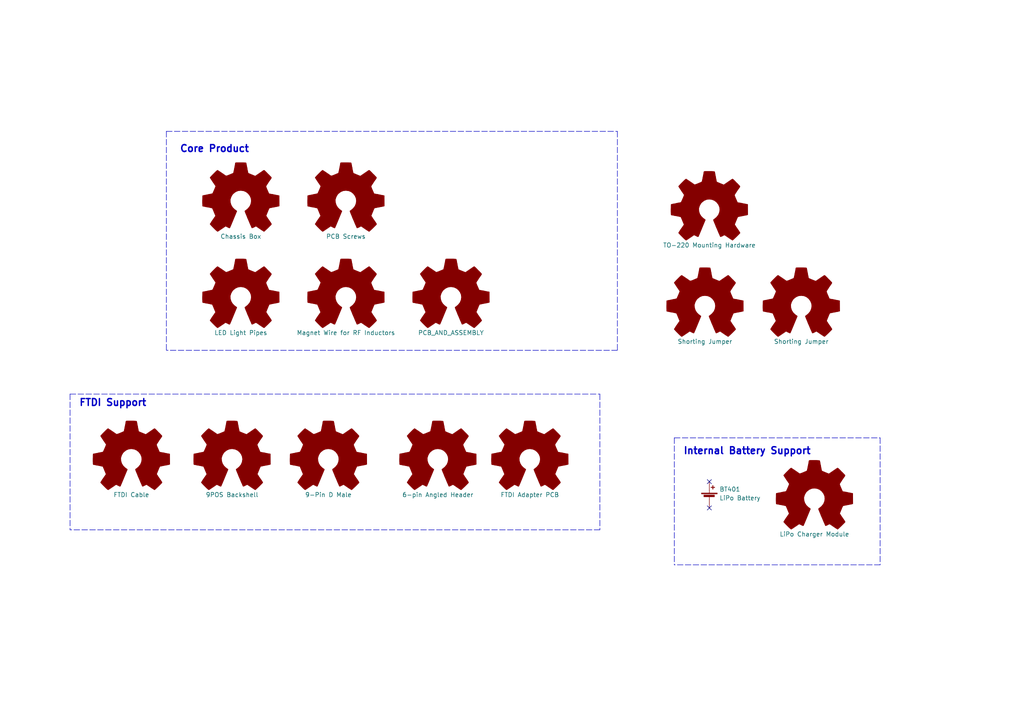
<source format=kicad_sch>
(kicad_sch (version 20250114) (generator "eeschema") (generator_version "9.0")
  (paper "A4")
  (title_block (title "SignalSlinger") (date "2026-09-10") (rev "3.5"))
  (lib_symbols
    (symbol "SignalSlinger Library:Battery_Cell" (pin_numbers (hide yes)) (pin_names (offset 0) (hide yes))
      (property "Reference" "BT201" (at 2.921 2.8667 0))
      (property "Value" "LiIon Cell" (at 2.921 0.3298 0))
      (symbol "Battery_Cell_0_1"
        (rectangle (start -2.286 1.778) (end 2.286 1.524) (fill (type outline)))
        (rectangle (start -1.5748 1.1938) (end 1.4732 0.6858) (fill (type outline)))
        (polyline (pts (xy 0 1.778) (xy 0 2.54)))
        (polyline (pts (xy 0 0.762) (xy 0 0)))
        (polyline (pts (xy 0.508 3.429) (xy 1.524 3.429)) (stroke (width 0.254)))
        (polyline (pts (xy 1.016 3.937) (xy 1.016 2.921)) (stroke (width 0.254)))
      )
      (symbol "Battery_Cell_1_1"
        (pin passive line (at 0 5.08 270) (length 2.54) (name "+") (number "1"))
        (pin passive line (at 0 -2.54 90) (length 2.54) (name "-") (number "2"))
      )
    )
    (symbol "SignalSlinger Library:Logo_Open_Hardware_Large" (pin_names (offset 1.016))
      (property "Value" "Chassis Box" (at 0 -10.16 0))
      (symbol "Logo_Open_Hardware_Large_1_1"
        (polyline (pts (xy 6.731 -8.7122) (xy 6.6294 -8.6614) (xy 6.35 -8.4836) (xy 5.9944 -8.255) (xy 5.5372 -7.9502) (xy 5.1054 -7.6454) (xy 4.7498 -7.4168) (xy 4.4958 -7.239) (xy 4.3942 -7.1882) (xy 4.318 -7.2136) (xy 4.1148 -7.3152) (xy 3.81 -7.4676) (xy 3.6322 -7.5692) (xy 3.3528 -7.6708) (xy 3.2258 -7.6962) (xy 3.2004 -7.6708) (xy 3.0988 -7.4676) (xy 2.9464 -7.0866) (xy 2.7178 -6.604) (xy 2.4892 -6.0452) (xy 2.2352 -5.4356) (xy 1.9558 -4.826) (xy 1.7272 -4.2164) (xy 1.4986 -3.683) (xy 1.3208 -3.2512) (xy 1.2192 -2.9464) (xy 1.1684 -2.8194) (xy 1.1938 -2.794) (xy 1.3208 -2.667) (xy 1.5748 -2.4892) (xy 2.0828 -2.0574) (xy 2.6162 -1.397) (xy 2.921 -0.6604) (xy 3.048 0.1524) (xy 2.9464 0.9144) (xy 2.6416 1.6256) (xy 2.1336 2.286) (xy 1.524 2.7686) (xy 0.8128 3.0734) (xy 0 3.175) (xy -0.762 3.0988) (xy -1.4986 2.794) (xy -2.159 2.286) (xy -2.4384 1.9812) (xy -2.8194 1.3208) (xy -3.048 0.6096) (xy -3.0734 0.4318) (xy -3.0226 -0.3556) (xy -2.794 -1.0922) (xy -2.3876 -1.7526) (xy -1.8288 -2.3114) (xy -1.7526 -2.3622) (xy -1.4732 -2.5654) (xy -1.2954 -2.6924) (xy -1.1684 -2.8194) (xy -2.159 -5.207) (xy -2.3114 -5.588) (xy -2.5908 -6.2484) (xy -2.8194 -6.8072) (xy -3.0226 -7.2644) (xy -3.1496 -7.5692) (xy -3.2258 -7.6708) (xy -3.2258 -7.6962) (xy -3.302 -7.6962) (xy -3.4798 -7.6454) (xy -3.8354 -7.4676) (xy -4.0386 -7.366) (xy -4.2926 -7.239) (xy -4.4196 -7.1882) (xy -4.5212 -7.239) (xy -4.7498 -7.3914) (xy -5.1054 -7.6454) (xy -5.5372 -7.9248) (xy -5.9436 -8.2042) (xy -6.3246 -8.4582) (xy -6.604 -8.636) (xy -6.731 -8.7122) (xy -6.7564 -8.7122) (xy -6.858 -8.636) (xy -7.0866 -8.4582) (xy -7.4168 -8.1534) (xy -7.874 -7.6962) (xy -7.9502 -7.62) (xy -8.3312 -7.239) (xy -8.636 -6.9088) (xy -8.8392 -6.6802) (xy -8.9154 -6.5786) (xy -8.9154 -6.5786) (xy -8.8392 -6.4516) (xy -8.6614 -6.1722) (xy -8.4328 -5.7912) (xy -8.128 -5.3594) (xy -7.3152 -4.191) (xy -7.7724 -3.0988) (xy -7.8994 -2.7686) (xy -8.0772 -2.3622) (xy -8.2042 -2.0828) (xy -8.255 -1.9558) (xy -8.382 -1.905) (xy -8.6614 -1.8542) (xy -9.0932 -1.7526) (xy -9.6266 -1.651) (xy -10.1092 -1.5748) (xy -10.541 -1.4732) (xy -10.8712 -1.4224) (xy -11.0236 -1.397) (xy -11.049 -1.3716) (xy -11.0744 -1.2954) (xy -11.0998 -1.143) (xy -11.0998 -0.889) (xy -11.1252 -0.4572) (xy -11.1252 0.1524) (xy -11.1252 0.2286) (xy -11.0998 0.8128) (xy -11.0998 1.27) (xy -11.0744 1.5494) (xy -11.0744 1.6764) (xy -11.0744 1.6764) (xy -10.922 1.7018) (xy -10.6172 1.778) (xy -10.16 1.8542) (xy -9.652 1.9558) (xy -9.6012 1.9812) (xy -9.0932 2.0828) (xy -8.636 2.159) (xy -8.3312 2.2352) (xy -8.2042 2.286) (xy -8.1788 2.3114) (xy -8.0772 2.5146) (xy -7.9248 2.8448) (xy -7.747 3.2512) (xy -7.5692 3.6576) (xy -7.4168 4.0386) (xy -7.3152 4.318) (xy -7.2898 4.445) (xy -7.2898 4.445) (xy -7.366 4.572) (xy -7.5438 4.826) (xy -7.7978 5.207) (xy -8.128 5.6642) (xy -8.128 5.6896) (xy -8.4328 6.1468) (xy -8.6868 6.5278) (xy -8.8392 6.7818) (xy -8.9154 6.9088) (xy -8.9154 6.9088) (xy -8.8138 7.0358) (xy -8.5852 7.2898) (xy -8.255 7.6454) (xy -7.874 8.0264) (xy -7.747 8.1534) (xy -7.3152 8.5852) (xy -7.0104 8.8646) (xy -6.8326 8.9916) (xy -6.731 9.0424) (xy -6.731 9.0424) (xy -6.604 8.9408) (xy -6.3246 8.763) (xy -5.9436 8.509) (xy -5.4864 8.2042) (xy -5.461 8.1788) (xy -5.0038 7.874) (xy -4.6482 7.62) (xy -4.3688 7.4422) (xy -4.2672 7.3914) (xy -4.2418 7.3914) (xy -4.064 7.4422) (xy -3.7338 7.5438) (xy -3.3528 7.6962) (xy -2.9464 7.874) (xy -2.5654 8.0264) (xy -2.286 8.1534) (xy -2.159 8.2296) (xy -2.159 8.2296) (xy -2.1082 8.382) (xy -2.032 8.7122) (xy -1.9304 9.1694) (xy -1.8288 9.7282) (xy -1.8034 9.8044) (xy -1.7018 10.3378) (xy -1.6256 10.7696) (xy -1.5748 11.0744) (xy -1.524 11.2014) (xy -1.4478 11.2268) (xy -1.1938 11.2522) (xy -0.8128 11.2522) (xy -0.3302 11.2522) (xy 0.1524 11.2522) (xy 0.6604 11.2522) (xy 1.0668 11.2268) (xy 1.3716 11.2014) (xy 1.4986 11.176) (xy 1.4986 11.176) (xy 1.5494 11.0236) (xy 1.6256 10.6934) (xy 1.7018 10.2108) (xy 1.8288 9.6774) (xy 1.8288 9.5758) (xy 1.9304 9.0424) (xy 2.032 8.6106) (xy 2.0828 8.3058) (xy 2.1336 8.2042) (xy 2.159 8.1788) (xy 2.3876 8.0772) (xy 2.7432 7.9248) (xy 3.175 7.747) (xy 4.191 7.3406) (xy 5.461 8.2042) (xy 5.5626 8.2804) (xy 6.0198 8.5852) (xy 6.3754 8.8392) (xy 6.6294 8.9916) (xy 6.7564 9.0424) (xy 6.7564 9.0424) (xy 6.8834 8.9408) (xy 7.1374 8.7122) (xy 7.4676 8.382) (xy 7.8486 7.9756) (xy 8.1534 7.6962) (xy 8.4836 7.3406) (xy 8.7122 7.112) (xy 8.8392 6.9596) (xy 8.8646 6.858) (xy 8.8646 6.8072) (xy 8.7884 6.6802) (xy 8.6106 6.4008) (xy 8.3312 6.0198) (xy 8.0264 5.588) (xy 7.7978 5.207) (xy 7.5184 4.8006) (xy 7.3406 4.4958) (xy 7.2898 4.3434) (xy 7.2898 4.2926) (xy 7.3914 4.0386) (xy 7.5184 3.683) (xy 7.7216 3.2258) (xy 8.1534 2.2352) (xy 8.7884 2.1082) (xy 9.1948 2.0574) (xy 9.7536 1.9304) (xy 10.2616 1.8288) (xy 11.0998 1.6764) (xy 11.1252 -1.3208) (xy 10.9982 -1.3716) (xy 10.8712 -1.397) (xy 10.5664 -1.4732) (xy 10.1346 -1.5494) (xy 9.6266 -1.651) (xy 9.1948 -1.7272) (xy 8.7376 -1.8288) (xy 8.4328 -1.8796) (xy 8.2804 -1.905) (xy 8.255 -1.9558) (xy 8.1534 -2.159) (xy 7.9756 -2.5146) (xy 7.8232 -2.921) (xy 7.6454 -3.3274) (xy 7.493 -3.7338) (xy 7.366 -4.0132) (xy 7.3406 -4.191) (xy 7.3914 -4.2926) (xy 7.5692 -4.5466) (xy 7.7978 -4.9276) (xy 8.1026 -5.3594) (xy 8.4074 -5.7912) (xy 8.6614 -6.1722) (xy 8.8138 -6.4262) (xy 8.89 -6.5532) (xy 8.8646 -6.6548) (xy 8.6868 -6.858) (xy 8.3566 -7.1882) (xy 7.874 -7.6708) (xy 7.7978 -7.747) (xy 7.3914 -8.128) (xy 7.0612 -8.4328) (xy 6.8326 -8.636) (xy 6.731 -8.7122)) (fill (type outline)))
      )
    )
  )
  (text "FTDI Support" (at 22.86 118.11 0) (effects (font (size 2 2) (thickness 0.4) (bold yes)) (justify left bottom)))
  (text "Core Product" (at 52.07 44.45 0) (effects (font (size 2 2) (thickness 0.4) (bold yes)) (justify left bottom)))
  (text "Internal Battery Support" (at 198.12 132.08 0) (effects (font (size 2 2) (thickness 0.4) (bold yes)) (justify left bottom)))
  (no_connect (at 205.74 147.32))
  (no_connect (at 205.74 139.7))
  (polyline (pts (xy 48.26 38.1) (xy 48.26 101.6)) (stroke (width 0) (type dash)))
  (polyline (pts (xy 255.27 163.83) (xy 195.58 163.83)) (stroke (width 0) (type dash)))
  (polyline (pts (xy 179.07 101.6) (xy 48.26 101.6)) (stroke (width 0) (type dash)))
  (polyline (pts (xy 173.99 153.67) (xy 20.32 153.67)) (stroke (width 0) (type dash)))
  (polyline (pts (xy 48.26 38.1) (xy 179.07 38.1)) (stroke (width 0) (type dash)))
  (polyline (pts (xy 20.32 114.3) (xy 20.32 153.67)) (stroke (width 0) (type dash)))
  (polyline (pts (xy 255.27 127) (xy 255.27 163.83)) (stroke (width 0) (type dash)))
  (polyline (pts (xy 20.32 114.3) (xy 173.99 114.3)) (stroke (width 0) (type dash)))
  (polyline (pts (xy 195.58 127) (xy 255.27 127)) (stroke (width 0) (type dash)))
  (polyline (pts (xy 179.07 38.1) (xy 179.07 101.6)) (stroke (width 0) (type dash)))
  (polyline (pts (xy 173.99 114.3) (xy 173.99 153.67)) (stroke (width 0) (type dash)))
  (polyline (pts (xy 195.58 127) (xy 195.58 163.83)) (stroke (width 0) (type dash)))
  (symbol (lib_id "SignalSlinger Library:Logo_Open_Hardware_Large") (at 127 133.35 0) (unit 1)
    (property "Reference" "HDWR409" (effects (hide yes)))
    (property "Value" "6-pin Angled Header" (at 127 143.51 0))
    (property "Description" "CONN HEADER R/A 6POS 2.54MM" (effects (hide yes)))
    (property "Digi-Key Part No." "929550-01-06-ND" (effects (hide yes)))
    (property "Link" "https://www.digikey.com/en/products/detail/3m/929550-01-06-I/682149" (effects (hide yes)))
    (property "Manufacturer" "3M" (effects (hide yes)))
    (property "Manufacturer PN" "929550-01-06-I" (effects (hide yes)))
  )
  (symbol (lib_id "SignalSlinger Library:Logo_Open_Hardware_Large") (at 69.85 58.42 0) (unit 1)
    (property "Reference" "HDWR401" (effects (hide yes)))
    (property "Value" "Chassis Box" (at 69.85 68.58 0))
    (property "Description" "4.25 x 2.63 x 1.27 in / 107.95 x 66.80 x 32.26 mm. / 0.15 lbs" (effects (hide yes)))
    (property "Link" "https://www.polycase.com/sl-42p?qty=1#200=99&227=163" (effects (hide yes)))
    (property "Manufacturer" "polycase" (effects (hide yes)))
    (property "Manufacturer PN" "SL-42PMBT" (effects (hide yes)))
  )
  (symbol (lib_id "SignalSlinger Library:Logo_Open_Hardware_Large") (at 95.25 133.35 0) (unit 1)
    (property "Reference" "HDWR408" (effects (hide yes)))
    (property "Value" "9-Pin D Male" (at 95.25 143.51 0))
    (property "Description" "CONN D-SUB PLUG 9POS SLDR CUP" (effects (hide yes)))
    (property "Digi-Key Part No." "AE10972-ND" (effects (hide yes)))
    (property "Link" "https://www.digikey.com/en/products/detail/assmann-wsw-components/A-DS-09-LL-Z/1241781" (effects (hide yes)))
    (property "Manufacturer" "Assmann WSW Components" (effects (hide yes)))
    (property "Manufacturer PN" "A-DS 09 LL/Z" (effects (hide yes)))
  )
  (symbol (lib_id "SignalSlinger Library:Logo_Open_Hardware_Large") (at 69.85 86.36 0) (unit 1)
    (property "Reference" "HDWR402" (effects (hide yes)))
    (property "Value" "LED Light Pipes" (at 69.85 96.52 0))
    (property "Description" "LIGHT PIPE ROUND 3MM" (effects (hide yes)))
    (property "Digi-Key Part No." "LFB063CTP-ND" (effects (hide yes)))
    (property "Link" "https://www.digikey.com/en/products/detail/visual-communications-company-vcc/LFB063CTP/5723593" (effects (hide yes)))
    (property "Manufacturer" "Visual Communications Company - VCC" (effects (hide yes)))
    (property "Manufacturer PN" "LFB063CTP" (effects (hide yes)))
  )
  (symbol (lib_id "SignalSlinger Library:Logo_Open_Hardware_Large") (at 38.1 133.35 0) (unit 1)
    (property "Reference" "HDWR405" (effects (hide yes)))
    (property "Value" "FTDI Cable" (at 38.1 143.51 0))
    (property "Description" "FTDI Serial TTL-232 USB Cable" (effects (hide yes)))
    (property "Link" "https://www.adafruit.com/product/70" (effects (hide yes)))
    (property "Manufacturer" "Adafruit" (effects (hide yes)))
    (property "Manufacturer PN" "70" (effects (hide yes)))
  )
  (symbol (lib_id "SignalSlinger Library:Logo_Open_Hardware_Large") (at 100.33 86.36 0) (unit 1)
    (property "Reference" "HDWR404" (effects (hide yes)))
    (property "Value" "Magnet Wire for RF Inductors" (at 100.33 96.52 0))
    (property "Description" "MAGNET WIRE" (effects (hide yes)))
  )
  (symbol (lib_id "SignalSlinger Library:Logo_Open_Hardware_Large") (at 204.47 88.9 0) (unit 1)
    (property "Reference" "HDWR414" (effects (hide yes)))
    (property "Value" "Shorting Jumper" (at 204.47 99.06 0))
    (property "Description" "CONN JUMPER SHORTING 1.27MM GOLD" (effects (hide yes)))
    (property "Digi-Key Part No." "S9345-ND" (effects (hide yes)))
    (property "Link" "https://www.digikey.com/short/w0p92mhw" (effects (hide yes)))
    (property "Manufacturer" "Sullins Connector Solutions" (effects (hide yes)))
    (property "Manufacturer PN" "NPB02SVAN-RC" (effects (hide yes)))
  )
  (symbol (lib_id "SignalSlinger Library:Logo_Open_Hardware_Large") (at 205.74 60.96 0) (unit 1)
    (property "Reference" "HDWR411" (effects (hide yes)))
    (property "Value" "TO-220 Mounting Hardware" (at 205.74 71.12 0))
    (property "Digi-Key Part No." "Amazon" (effects (hide yes)))
  )
  (symbol (lib_id "SignalSlinger Library:Logo_Open_Hardware_Large") (at 153.67 133.35 0) (unit 1)
    (property "Reference" "HDWR413" (effects (hide yes)))
    (property "Value" "FTDI Adapter PCB" (at 153.67 143.51 0))
    (property "Link" "https://oshpark.com/shared_projects/15SnDRmB" (effects (hide yes)))
  )
  (symbol (lib_id "SignalSlinger Library:Logo_Open_Hardware_Large") (at 232.41 88.9 0) (unit 1)
    (property "Reference" "HDWR412" (effects (hide yes)))
    (property "Value" "Shorting Jumper" (at 232.41 99.06 0))
    (property "Description" "CONN JUMPER SHORTING 1.27MM GOLD" (effects (hide yes)))
    (property "Digi-Key Part No." "S9345-ND" (effects (hide yes)))
    (property "Link" "https://www.digikey.com/short/w0p92mhw" (effects (hide yes)))
    (property "Manufacturer" "Sullins Connector Solutions" (effects (hide yes)))
    (property "Manufacturer PN" "NPB02SVAN-RC" (effects (hide yes)))
  )
  (symbol (lib_id "SignalSlinger Library:Logo_Open_Hardware_Large") (at 67.31 133.35 0) (unit 1)
    (property "Reference" "HDWR406" (effects (hide yes)))
    (property "Value" "9POS Backshell" (at 67.31 143.51 0))
    (property "Description" "CONN BACKSHELL 9POS 180DEG GRAY" (effects (hide yes)))
    (property "Digi-Key Part No." "AE11006-ND" (effects (hide yes)))
    (property "Link" "https://www.digikey.com/en/products/detail/assmann-wsw-components/AGP-09-IDC/1241853" (effects (hide yes)))
    (property "Manufacturer" "Assmann WSW Components" (effects (hide yes)))
    (property "Manufacturer PN" "AGP-09/IDC" (effects (hide yes)))
  )
  (symbol (lib_id "SignalSlinger Library:Battery_Cell") (at 205.74 144.78 0) (unit 1)
    (property "Reference" "BT401" (at 208.661 141.9133 0) (effects (justify left)))
    (property "Value" "LiPo Battery" (at 208.661 144.4502 0) (effects (justify left)))
    (property "Description" "Lithium Ion Polymer Battery - 3.7v 100mAh" (effects (hide yes)))
    (property "Link" "https://www.adafruit.com/product/1570" (effects (hide yes)))
    (property "Manufacturer" "Adafruit" (effects (hide yes)))
    (property "Manufacturer PN" "1570" (effects (hide yes)))
  )
  (symbol (lib_id "SignalSlinger Library:Logo_Open_Hardware_Large") (at 130.81 86.36 0) (unit 1)
    (property "Reference" "HDWR410" (effects (hide yes)))
    (property "Value" "PCB_AND_ASSEMBLY" (at 130.81 96.52 0))
    (property "Description" "Printed Circuit Board(s) plus Assembly" (effects (hide yes)))
  )
  (symbol (lib_id "SignalSlinger Library:Logo_Open_Hardware_Large") (at 100.33 58.42 0) (unit 1)
    (property "Reference" "HDWR403" (effects (hide yes)))
    (property "Value" "PCB Screws" (at 100.33 68.58 0))
    (property "Description" "SCREWS-MBR-100 PCB Screws" (effects (hide yes)))
    (property "Link" "https://www.polycase.com/screws-mbr-100" (effects (hide yes)))
    (property "Manufacturer" "polycase" (effects (hide yes)))
    (property "Manufacturer PN" "SCREWS-MBR-100" (effects (hide yes)))
  )
  (symbol (lib_id "SignalSlinger Library:Logo_Open_Hardware_Large") (at 236.22 144.78 0) (unit 1)
    (property "Reference" "HDWR407" (effects (hide yes)))
    (property "Value" "LiPo Charger Module" (at 236.22 154.94 0))
    (property "Description" "Micro-Lipo Charger for LiPo/LiIon Batt" (effects (hide yes)))
    (property "Digi-Key Part No." "1528-1833-ND" (effects (hide yes)))
    (property "Link" "https://www.digikey.com/en/products/detail/adafruit-industries-llc/1904/5054545" (effects (hide yes)))
    (property "Manufacturer" "Adafruit Industries LLC" (effects (hide yes)))
    (property "Manufacturer PN" "1904" (effects (hide yes)))
  )
)
</source>
